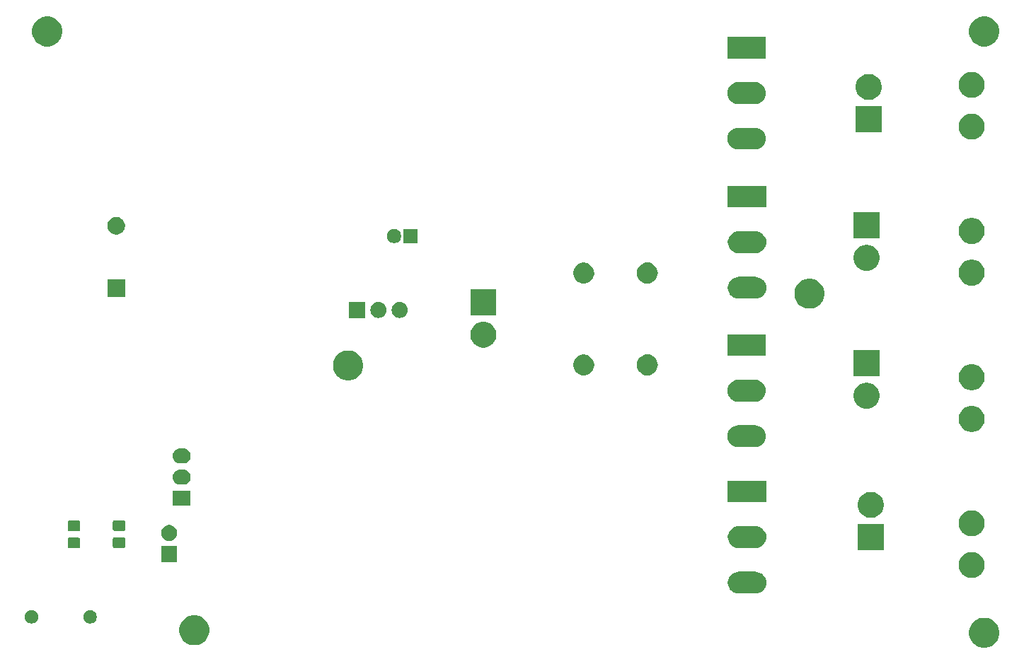
<source format=gbr>
G04 #@! TF.GenerationSoftware,KiCad,Pcbnew,(5.1.2)-2*
G04 #@! TF.CreationDate,2019-11-04T11:05:11-03:00*
G04 #@! TF.ProjectId,PCB,5043422e-6b69-4636-9164-5f7063625858,rev?*
G04 #@! TF.SameCoordinates,Original*
G04 #@! TF.FileFunction,Soldermask,Bot*
G04 #@! TF.FilePolarity,Negative*
%FSLAX46Y46*%
G04 Gerber Fmt 4.6, Leading zero omitted, Abs format (unit mm)*
G04 Created by KiCad (PCBNEW (5.1.2)-2) date 2019-11-04 11:05:11*
%MOMM*%
%LPD*%
G04 APERTURE LIST*
%ADD10C,0.100000*%
G04 APERTURE END LIST*
D10*
G36*
X273025331Y-123871971D02*
G01*
X273353092Y-124007734D01*
X273648070Y-124204832D01*
X273898928Y-124455690D01*
X274096026Y-124750668D01*
X274231789Y-125078429D01*
X274301000Y-125426376D01*
X274301000Y-125781144D01*
X274231789Y-126129091D01*
X274096026Y-126456852D01*
X273898928Y-126751830D01*
X273648070Y-127002688D01*
X273353092Y-127199786D01*
X273025331Y-127335549D01*
X272677384Y-127404760D01*
X272322616Y-127404760D01*
X271974669Y-127335549D01*
X271646908Y-127199786D01*
X271351930Y-127002688D01*
X271101072Y-126751830D01*
X270903974Y-126456852D01*
X270768211Y-126129091D01*
X270699000Y-125781144D01*
X270699000Y-125426376D01*
X270768211Y-125078429D01*
X270903974Y-124750668D01*
X271101072Y-124455690D01*
X271351930Y-124204832D01*
X271646908Y-124007734D01*
X271974669Y-123871971D01*
X272322616Y-123802760D01*
X272677384Y-123802760D01*
X273025331Y-123871971D01*
X273025331Y-123871971D01*
G37*
G36*
X178525331Y-123568211D02*
G01*
X178853092Y-123703974D01*
X179148070Y-123901072D01*
X179398928Y-124151930D01*
X179596026Y-124446908D01*
X179731789Y-124774669D01*
X179801000Y-125122616D01*
X179801000Y-125477384D01*
X179731789Y-125825331D01*
X179596026Y-126153092D01*
X179398928Y-126448070D01*
X179148070Y-126698928D01*
X178853092Y-126896026D01*
X178525331Y-127031789D01*
X178177384Y-127101000D01*
X177822616Y-127101000D01*
X177474669Y-127031789D01*
X177146908Y-126896026D01*
X176851930Y-126698928D01*
X176601072Y-126448070D01*
X176403974Y-126153092D01*
X176268211Y-125825331D01*
X176199000Y-125477384D01*
X176199000Y-125122616D01*
X176268211Y-124774669D01*
X176403974Y-124446908D01*
X176601072Y-124151930D01*
X176851930Y-123901072D01*
X177146908Y-123703974D01*
X177474669Y-123568211D01*
X177822616Y-123499000D01*
X178177384Y-123499000D01*
X178525331Y-123568211D01*
X178525331Y-123568211D01*
G37*
G36*
X158758642Y-122929781D02*
G01*
X158904414Y-122990162D01*
X158904416Y-122990163D01*
X159035608Y-123077822D01*
X159147178Y-123189392D01*
X159234837Y-123320584D01*
X159234838Y-123320586D01*
X159295219Y-123466358D01*
X159326000Y-123621107D01*
X159326000Y-123778893D01*
X159295219Y-123933642D01*
X159234838Y-124079414D01*
X159234837Y-124079416D01*
X159147178Y-124210608D01*
X159035608Y-124322178D01*
X158904416Y-124409837D01*
X158904415Y-124409838D01*
X158904414Y-124409838D01*
X158758642Y-124470219D01*
X158603893Y-124501000D01*
X158446107Y-124501000D01*
X158291358Y-124470219D01*
X158145586Y-124409838D01*
X158145585Y-124409838D01*
X158145584Y-124409837D01*
X158014392Y-124322178D01*
X157902822Y-124210608D01*
X157815163Y-124079416D01*
X157815162Y-124079414D01*
X157754781Y-123933642D01*
X157724000Y-123778893D01*
X157724000Y-123621107D01*
X157754781Y-123466358D01*
X157815162Y-123320586D01*
X157815163Y-123320584D01*
X157902822Y-123189392D01*
X158014392Y-123077822D01*
X158145584Y-122990163D01*
X158145586Y-122990162D01*
X158291358Y-122929781D01*
X158446107Y-122899000D01*
X158603893Y-122899000D01*
X158758642Y-122929781D01*
X158758642Y-122929781D01*
G37*
G36*
X165758642Y-122929781D02*
G01*
X165904414Y-122990162D01*
X165904416Y-122990163D01*
X166035608Y-123077822D01*
X166147178Y-123189392D01*
X166234837Y-123320584D01*
X166234838Y-123320586D01*
X166295219Y-123466358D01*
X166326000Y-123621107D01*
X166326000Y-123778893D01*
X166295219Y-123933642D01*
X166234838Y-124079414D01*
X166234837Y-124079416D01*
X166147178Y-124210608D01*
X166035608Y-124322178D01*
X165904416Y-124409837D01*
X165904415Y-124409838D01*
X165904414Y-124409838D01*
X165758642Y-124470219D01*
X165603893Y-124501000D01*
X165446107Y-124501000D01*
X165291358Y-124470219D01*
X165145586Y-124409838D01*
X165145585Y-124409838D01*
X165145584Y-124409837D01*
X165014392Y-124322178D01*
X164902822Y-124210608D01*
X164815163Y-124079416D01*
X164815162Y-124079414D01*
X164754781Y-123933642D01*
X164724000Y-123778893D01*
X164724000Y-123621107D01*
X164754781Y-123466358D01*
X164815162Y-123320586D01*
X164815163Y-123320584D01*
X164902822Y-123189392D01*
X165014392Y-123077822D01*
X165145584Y-122990163D01*
X165145586Y-122990162D01*
X165291358Y-122929781D01*
X165446107Y-122899000D01*
X165603893Y-122899000D01*
X165758642Y-122929781D01*
X165758642Y-122929781D01*
G37*
G36*
X245289513Y-118304473D02*
G01*
X245385080Y-118313885D01*
X245630320Y-118388278D01*
X245856334Y-118509085D01*
X245907939Y-118551436D01*
X246054437Y-118671663D01*
X246174664Y-118818161D01*
X246217015Y-118869766D01*
X246337822Y-119095780D01*
X246412215Y-119341020D01*
X246437334Y-119596060D01*
X246412215Y-119851100D01*
X246337822Y-120096340D01*
X246217015Y-120322354D01*
X246174664Y-120373959D01*
X246054437Y-120520457D01*
X245907939Y-120640684D01*
X245856334Y-120683035D01*
X245630320Y-120803842D01*
X245385080Y-120878235D01*
X245289513Y-120887647D01*
X245193946Y-120897060D01*
X243066134Y-120897060D01*
X242970567Y-120887647D01*
X242875000Y-120878235D01*
X242629760Y-120803842D01*
X242403746Y-120683035D01*
X242352141Y-120640684D01*
X242205643Y-120520457D01*
X242085416Y-120373959D01*
X242043065Y-120322354D01*
X241922258Y-120096340D01*
X241847865Y-119851100D01*
X241822746Y-119596060D01*
X241847865Y-119341020D01*
X241922258Y-119095780D01*
X242043065Y-118869766D01*
X242085416Y-118818161D01*
X242205643Y-118671663D01*
X242352141Y-118551436D01*
X242403746Y-118509085D01*
X242629760Y-118388278D01*
X242875000Y-118313885D01*
X242970567Y-118304473D01*
X243066134Y-118295060D01*
X245193946Y-118295060D01*
X245289513Y-118304473D01*
X245289513Y-118304473D01*
G37*
G36*
X271302585Y-115978802D02*
G01*
X271452410Y-116008604D01*
X271734674Y-116125521D01*
X271988705Y-116295259D01*
X272204741Y-116511295D01*
X272374479Y-116765326D01*
X272491396Y-117047590D01*
X272551000Y-117347240D01*
X272551000Y-117652760D01*
X272491396Y-117952410D01*
X272374479Y-118234674D01*
X272204741Y-118488705D01*
X271988705Y-118704741D01*
X271734674Y-118874479D01*
X271452410Y-118991396D01*
X271302585Y-119021198D01*
X271152761Y-119051000D01*
X270847239Y-119051000D01*
X270697415Y-119021198D01*
X270547590Y-118991396D01*
X270265326Y-118874479D01*
X270011295Y-118704741D01*
X269795259Y-118488705D01*
X269625521Y-118234674D01*
X269508604Y-117952410D01*
X269449000Y-117652760D01*
X269449000Y-117347240D01*
X269508604Y-117047590D01*
X269625521Y-116765326D01*
X269795259Y-116511295D01*
X270011295Y-116295259D01*
X270265326Y-116125521D01*
X270547590Y-116008604D01*
X270697415Y-115978802D01*
X270847239Y-115949000D01*
X271152761Y-115949000D01*
X271302585Y-115978802D01*
X271302585Y-115978802D01*
G37*
G36*
X175951000Y-117151000D02*
G01*
X174049000Y-117151000D01*
X174049000Y-115249000D01*
X175951000Y-115249000D01*
X175951000Y-117151000D01*
X175951000Y-117151000D01*
G37*
G36*
X260479840Y-115720760D02*
G01*
X257377840Y-115720760D01*
X257377840Y-112618760D01*
X260479840Y-112618760D01*
X260479840Y-115720760D01*
X260479840Y-115720760D01*
G37*
G36*
X164188674Y-114228465D02*
G01*
X164226367Y-114239899D01*
X164261103Y-114258466D01*
X164291548Y-114283452D01*
X164316534Y-114313897D01*
X164335101Y-114348633D01*
X164346535Y-114386326D01*
X164351000Y-114431661D01*
X164351000Y-115268339D01*
X164346535Y-115313674D01*
X164335101Y-115351367D01*
X164316534Y-115386103D01*
X164291548Y-115416548D01*
X164261103Y-115441534D01*
X164226367Y-115460101D01*
X164188674Y-115471535D01*
X164143339Y-115476000D01*
X163056661Y-115476000D01*
X163011326Y-115471535D01*
X162973633Y-115460101D01*
X162938897Y-115441534D01*
X162908452Y-115416548D01*
X162883466Y-115386103D01*
X162864899Y-115351367D01*
X162853465Y-115313674D01*
X162849000Y-115268339D01*
X162849000Y-114431661D01*
X162853465Y-114386326D01*
X162864899Y-114348633D01*
X162883466Y-114313897D01*
X162908452Y-114283452D01*
X162938897Y-114258466D01*
X162973633Y-114239899D01*
X163011326Y-114228465D01*
X163056661Y-114224000D01*
X164143339Y-114224000D01*
X164188674Y-114228465D01*
X164188674Y-114228465D01*
G37*
G36*
X169588674Y-114203465D02*
G01*
X169626367Y-114214899D01*
X169661103Y-114233466D01*
X169691548Y-114258452D01*
X169716534Y-114288897D01*
X169735101Y-114323633D01*
X169746535Y-114361326D01*
X169751000Y-114406661D01*
X169751000Y-115243339D01*
X169746535Y-115288674D01*
X169735101Y-115326367D01*
X169716534Y-115361103D01*
X169691548Y-115391548D01*
X169661103Y-115416534D01*
X169626367Y-115435101D01*
X169588674Y-115446535D01*
X169543339Y-115451000D01*
X168456661Y-115451000D01*
X168411326Y-115446535D01*
X168373633Y-115435101D01*
X168338897Y-115416534D01*
X168308452Y-115391548D01*
X168283466Y-115361103D01*
X168264899Y-115326367D01*
X168253465Y-115288674D01*
X168249000Y-115243339D01*
X168249000Y-114406661D01*
X168253465Y-114361326D01*
X168264899Y-114323633D01*
X168283466Y-114288897D01*
X168308452Y-114258452D01*
X168338897Y-114233466D01*
X168373633Y-114214899D01*
X168411326Y-114203465D01*
X168456661Y-114199000D01*
X169543339Y-114199000D01*
X169588674Y-114203465D01*
X169588674Y-114203465D01*
G37*
G36*
X245289512Y-112854472D02*
G01*
X245385080Y-112863885D01*
X245630320Y-112938278D01*
X245856334Y-113059085D01*
X245907939Y-113101436D01*
X246054437Y-113221663D01*
X246152823Y-113341548D01*
X246217015Y-113419766D01*
X246337822Y-113645780D01*
X246412215Y-113891020D01*
X246437334Y-114146060D01*
X246412215Y-114401100D01*
X246337822Y-114646340D01*
X246217015Y-114872354D01*
X246174664Y-114923959D01*
X246054437Y-115070457D01*
X245922386Y-115178827D01*
X245856334Y-115233035D01*
X245811639Y-115256925D01*
X245634951Y-115351367D01*
X245630320Y-115353842D01*
X245385080Y-115428235D01*
X245289512Y-115437648D01*
X245193946Y-115447060D01*
X243066134Y-115447060D01*
X242970568Y-115437648D01*
X242875000Y-115428235D01*
X242629760Y-115353842D01*
X242625130Y-115351367D01*
X242448441Y-115256925D01*
X242403746Y-115233035D01*
X242337694Y-115178827D01*
X242205643Y-115070457D01*
X242085416Y-114923959D01*
X242043065Y-114872354D01*
X241922258Y-114646340D01*
X241847865Y-114401100D01*
X241822746Y-114146060D01*
X241847865Y-113891020D01*
X241922258Y-113645780D01*
X242043065Y-113419766D01*
X242107257Y-113341548D01*
X242205643Y-113221663D01*
X242352141Y-113101436D01*
X242403746Y-113059085D01*
X242629760Y-112938278D01*
X242875000Y-112863885D01*
X242970568Y-112854472D01*
X243066134Y-112845060D01*
X245193946Y-112845060D01*
X245289512Y-112854472D01*
X245289512Y-112854472D01*
G37*
G36*
X175277395Y-112745546D02*
G01*
X175450466Y-112817234D01*
X175450467Y-112817235D01*
X175606227Y-112921310D01*
X175738690Y-113053773D01*
X175742239Y-113059085D01*
X175842766Y-113209534D01*
X175914454Y-113382605D01*
X175951000Y-113566333D01*
X175951000Y-113753667D01*
X175914454Y-113937395D01*
X175842766Y-114110466D01*
X175842765Y-114110467D01*
X175738690Y-114266227D01*
X175606227Y-114398690D01*
X175602620Y-114401100D01*
X175450466Y-114502766D01*
X175277395Y-114574454D01*
X175093667Y-114611000D01*
X174906333Y-114611000D01*
X174722605Y-114574454D01*
X174549534Y-114502766D01*
X174397380Y-114401100D01*
X174393773Y-114398690D01*
X174261310Y-114266227D01*
X174157235Y-114110467D01*
X174157234Y-114110466D01*
X174085546Y-113937395D01*
X174049000Y-113753667D01*
X174049000Y-113566333D01*
X174085546Y-113382605D01*
X174157234Y-113209534D01*
X174257761Y-113059085D01*
X174261310Y-113053773D01*
X174393773Y-112921310D01*
X174549533Y-112817235D01*
X174549534Y-112817234D01*
X174722605Y-112745546D01*
X174906333Y-112709000D01*
X175093667Y-112709000D01*
X175277395Y-112745546D01*
X175277395Y-112745546D01*
G37*
G36*
X271302585Y-110978802D02*
G01*
X271452410Y-111008604D01*
X271734674Y-111125521D01*
X271988705Y-111295259D01*
X272204741Y-111511295D01*
X272374479Y-111765326D01*
X272491396Y-112047590D01*
X272491396Y-112047591D01*
X272541332Y-112298633D01*
X272551000Y-112347240D01*
X272551000Y-112652760D01*
X272491396Y-112952410D01*
X272374479Y-113234674D01*
X272204741Y-113488705D01*
X271988705Y-113704741D01*
X271734674Y-113874479D01*
X271452410Y-113991396D01*
X271302585Y-114021198D01*
X271152761Y-114051000D01*
X270847239Y-114051000D01*
X270697415Y-114021198D01*
X270547590Y-113991396D01*
X270265326Y-113874479D01*
X270011295Y-113704741D01*
X269795259Y-113488705D01*
X269625521Y-113234674D01*
X269508604Y-112952410D01*
X269449000Y-112652760D01*
X269449000Y-112347240D01*
X269458669Y-112298633D01*
X269508604Y-112047591D01*
X269508604Y-112047590D01*
X269625521Y-111765326D01*
X269795259Y-111511295D01*
X270011295Y-111295259D01*
X270265326Y-111125521D01*
X270547590Y-111008604D01*
X270697415Y-110978802D01*
X270847239Y-110949000D01*
X271152761Y-110949000D01*
X271302585Y-110978802D01*
X271302585Y-110978802D01*
G37*
G36*
X164188674Y-112178465D02*
G01*
X164226367Y-112189899D01*
X164261103Y-112208466D01*
X164291548Y-112233452D01*
X164316534Y-112263897D01*
X164335101Y-112298633D01*
X164346535Y-112336326D01*
X164351000Y-112381661D01*
X164351000Y-113218339D01*
X164346535Y-113263674D01*
X164335101Y-113301367D01*
X164316534Y-113336103D01*
X164291548Y-113366548D01*
X164261103Y-113391534D01*
X164226367Y-113410101D01*
X164188674Y-113421535D01*
X164143339Y-113426000D01*
X163056661Y-113426000D01*
X163011326Y-113421535D01*
X162973633Y-113410101D01*
X162938897Y-113391534D01*
X162908452Y-113366548D01*
X162883466Y-113336103D01*
X162864899Y-113301367D01*
X162853465Y-113263674D01*
X162849000Y-113218339D01*
X162849000Y-112381661D01*
X162853465Y-112336326D01*
X162864899Y-112298633D01*
X162883466Y-112263897D01*
X162908452Y-112233452D01*
X162938897Y-112208466D01*
X162973633Y-112189899D01*
X163011326Y-112178465D01*
X163056661Y-112174000D01*
X164143339Y-112174000D01*
X164188674Y-112178465D01*
X164188674Y-112178465D01*
G37*
G36*
X169588674Y-112153465D02*
G01*
X169626367Y-112164899D01*
X169661103Y-112183466D01*
X169691548Y-112208452D01*
X169716534Y-112238897D01*
X169735101Y-112273633D01*
X169746535Y-112311326D01*
X169751000Y-112356661D01*
X169751000Y-113193339D01*
X169746535Y-113238674D01*
X169735101Y-113276367D01*
X169716534Y-113311103D01*
X169691548Y-113341548D01*
X169661103Y-113366534D01*
X169626367Y-113385101D01*
X169588674Y-113396535D01*
X169543339Y-113401000D01*
X168456661Y-113401000D01*
X168411326Y-113396535D01*
X168373633Y-113385101D01*
X168338897Y-113366534D01*
X168308452Y-113341548D01*
X168283466Y-113311103D01*
X168264899Y-113276367D01*
X168253465Y-113238674D01*
X168249000Y-113193339D01*
X168249000Y-112356661D01*
X168253465Y-112311326D01*
X168264899Y-112273633D01*
X168283466Y-112238897D01*
X168308452Y-112208452D01*
X168338897Y-112183466D01*
X168373633Y-112164899D01*
X168411326Y-112153465D01*
X168456661Y-112149000D01*
X169543339Y-112149000D01*
X169588674Y-112153465D01*
X169588674Y-112153465D01*
G37*
G36*
X259231425Y-108768562D02*
G01*
X259381250Y-108798364D01*
X259663514Y-108915281D01*
X259917545Y-109085019D01*
X260133581Y-109301055D01*
X260303319Y-109555086D01*
X260420236Y-109837350D01*
X260479840Y-110137000D01*
X260479840Y-110442520D01*
X260420236Y-110742170D01*
X260303319Y-111024434D01*
X260133581Y-111278465D01*
X259917545Y-111494501D01*
X259663514Y-111664239D01*
X259381250Y-111781156D01*
X259231425Y-111810958D01*
X259081601Y-111840760D01*
X258776079Y-111840760D01*
X258626255Y-111810958D01*
X258476430Y-111781156D01*
X258194166Y-111664239D01*
X257940135Y-111494501D01*
X257724099Y-111278465D01*
X257554361Y-111024434D01*
X257437444Y-110742170D01*
X257377840Y-110442520D01*
X257377840Y-110137000D01*
X257437444Y-109837350D01*
X257554361Y-109555086D01*
X257724099Y-109301055D01*
X257940135Y-109085019D01*
X258194166Y-108915281D01*
X258476430Y-108798364D01*
X258626255Y-108768562D01*
X258776079Y-108738760D01*
X259081601Y-108738760D01*
X259231425Y-108768562D01*
X259231425Y-108768562D01*
G37*
G36*
X177566000Y-110416000D02*
G01*
X175434000Y-110416000D01*
X175434000Y-108584000D01*
X177566000Y-108584000D01*
X177566000Y-110416000D01*
X177566000Y-110416000D01*
G37*
G36*
X246431040Y-109997060D02*
G01*
X241829040Y-109997060D01*
X241829040Y-107395060D01*
X246431040Y-107395060D01*
X246431040Y-109997060D01*
X246431040Y-109997060D01*
G37*
G36*
X176810343Y-106055361D02*
G01*
X176829568Y-106057254D01*
X176915900Y-106083443D01*
X177002234Y-106109632D01*
X177161365Y-106194689D01*
X177300844Y-106309156D01*
X177415311Y-106448635D01*
X177500368Y-106607766D01*
X177552746Y-106780433D01*
X177570432Y-106960000D01*
X177552746Y-107139567D01*
X177500368Y-107312234D01*
X177415311Y-107471365D01*
X177300844Y-107610844D01*
X177161365Y-107725311D01*
X177002234Y-107810368D01*
X176915900Y-107836557D01*
X176829568Y-107862746D01*
X176810343Y-107864639D01*
X176694998Y-107876000D01*
X176305002Y-107876000D01*
X176189657Y-107864639D01*
X176170432Y-107862746D01*
X176084100Y-107836557D01*
X175997766Y-107810368D01*
X175838635Y-107725311D01*
X175699156Y-107610844D01*
X175584689Y-107471365D01*
X175499632Y-107312234D01*
X175447254Y-107139567D01*
X175429568Y-106960000D01*
X175447254Y-106780433D01*
X175499632Y-106607766D01*
X175584689Y-106448635D01*
X175699156Y-106309156D01*
X175838635Y-106194689D01*
X175997766Y-106109632D01*
X176084100Y-106083443D01*
X176170432Y-106057254D01*
X176189657Y-106055361D01*
X176305002Y-106044000D01*
X176694998Y-106044000D01*
X176810343Y-106055361D01*
X176810343Y-106055361D01*
G37*
G36*
X176810343Y-103515361D02*
G01*
X176829568Y-103517254D01*
X176915900Y-103543443D01*
X177002234Y-103569632D01*
X177161365Y-103654689D01*
X177300844Y-103769156D01*
X177415311Y-103908635D01*
X177500368Y-104067766D01*
X177552746Y-104240433D01*
X177570432Y-104420000D01*
X177552746Y-104599567D01*
X177500368Y-104772234D01*
X177415311Y-104931365D01*
X177300844Y-105070844D01*
X177161365Y-105185311D01*
X177002234Y-105270368D01*
X176915900Y-105296557D01*
X176829568Y-105322746D01*
X176810343Y-105324639D01*
X176694998Y-105336000D01*
X176305002Y-105336000D01*
X176189657Y-105324639D01*
X176170432Y-105322746D01*
X176084100Y-105296557D01*
X175997766Y-105270368D01*
X175838635Y-105185311D01*
X175699156Y-105070844D01*
X175584689Y-104931365D01*
X175499632Y-104772234D01*
X175447254Y-104599567D01*
X175429568Y-104420000D01*
X175447254Y-104240433D01*
X175499632Y-104067766D01*
X175584689Y-103908635D01*
X175699156Y-103769156D01*
X175838635Y-103654689D01*
X175997766Y-103569632D01*
X176084100Y-103543443D01*
X176170432Y-103517254D01*
X176189657Y-103515361D01*
X176305002Y-103504000D01*
X176694998Y-103504000D01*
X176810343Y-103515361D01*
X176810343Y-103515361D01*
G37*
G36*
X245247513Y-100778473D02*
G01*
X245343080Y-100787885D01*
X245588320Y-100862278D01*
X245814334Y-100983085D01*
X245865939Y-101025436D01*
X246012437Y-101145663D01*
X246132664Y-101292161D01*
X246175015Y-101343766D01*
X246295822Y-101569780D01*
X246370215Y-101815020D01*
X246395334Y-102070060D01*
X246370215Y-102325100D01*
X246295822Y-102570340D01*
X246175015Y-102796354D01*
X246132664Y-102847959D01*
X246012437Y-102994457D01*
X245865939Y-103114684D01*
X245814334Y-103157035D01*
X245588320Y-103277842D01*
X245343080Y-103352235D01*
X245247513Y-103361647D01*
X245151946Y-103371060D01*
X243024134Y-103371060D01*
X242928567Y-103361647D01*
X242833000Y-103352235D01*
X242587760Y-103277842D01*
X242361746Y-103157035D01*
X242310141Y-103114684D01*
X242163643Y-102994457D01*
X242043416Y-102847959D01*
X242001065Y-102796354D01*
X241880258Y-102570340D01*
X241805865Y-102325100D01*
X241780746Y-102070060D01*
X241805865Y-101815020D01*
X241880258Y-101569780D01*
X242001065Y-101343766D01*
X242043416Y-101292161D01*
X242163643Y-101145663D01*
X242310141Y-101025436D01*
X242361746Y-100983085D01*
X242587760Y-100862278D01*
X242833000Y-100787885D01*
X242928567Y-100778473D01*
X243024134Y-100769060D01*
X245151946Y-100769060D01*
X245247513Y-100778473D01*
X245247513Y-100778473D01*
G37*
G36*
X271302585Y-98478802D02*
G01*
X271452410Y-98508604D01*
X271734674Y-98625521D01*
X271988705Y-98795259D01*
X272204741Y-99011295D01*
X272374479Y-99265326D01*
X272491396Y-99547590D01*
X272551000Y-99847240D01*
X272551000Y-100152760D01*
X272491396Y-100452410D01*
X272374479Y-100734674D01*
X272204741Y-100988705D01*
X271988705Y-101204741D01*
X271734674Y-101374479D01*
X271452410Y-101491396D01*
X271302585Y-101521198D01*
X271152761Y-101551000D01*
X270847239Y-101551000D01*
X270697415Y-101521198D01*
X270547590Y-101491396D01*
X270265326Y-101374479D01*
X270011295Y-101204741D01*
X269795259Y-100988705D01*
X269625521Y-100734674D01*
X269508604Y-100452410D01*
X269449000Y-100152760D01*
X269449000Y-99847240D01*
X269508604Y-99547590D01*
X269625521Y-99265326D01*
X269795259Y-99011295D01*
X270011295Y-98795259D01*
X270265326Y-98625521D01*
X270547590Y-98508604D01*
X270697415Y-98478802D01*
X270847239Y-98449000D01*
X271152761Y-98449000D01*
X271302585Y-98478802D01*
X271302585Y-98478802D01*
G37*
G36*
X258698796Y-95695663D02*
G01*
X258873250Y-95730364D01*
X259155514Y-95847281D01*
X259409545Y-96017019D01*
X259625581Y-96233055D01*
X259795319Y-96487086D01*
X259912236Y-96769350D01*
X259971840Y-97069000D01*
X259971840Y-97374520D01*
X259912236Y-97674170D01*
X259795319Y-97956434D01*
X259625581Y-98210465D01*
X259409545Y-98426501D01*
X259155514Y-98596239D01*
X258873250Y-98713156D01*
X258723425Y-98742958D01*
X258573601Y-98772760D01*
X258268079Y-98772760D01*
X258118255Y-98742958D01*
X257968430Y-98713156D01*
X257686166Y-98596239D01*
X257432135Y-98426501D01*
X257216099Y-98210465D01*
X257046361Y-97956434D01*
X256929444Y-97674170D01*
X256869840Y-97374520D01*
X256869840Y-97069000D01*
X256929444Y-96769350D01*
X257046361Y-96487086D01*
X257216099Y-96233055D01*
X257432135Y-96017019D01*
X257686166Y-95847281D01*
X257968430Y-95730364D01*
X258142884Y-95695663D01*
X258268079Y-95670760D01*
X258573601Y-95670760D01*
X258698796Y-95695663D01*
X258698796Y-95695663D01*
G37*
G36*
X245247513Y-95328473D02*
G01*
X245343080Y-95337885D01*
X245588320Y-95412278D01*
X245814334Y-95533085D01*
X245865939Y-95575436D01*
X246012437Y-95695663D01*
X246132664Y-95842161D01*
X246175015Y-95893766D01*
X246295822Y-96119780D01*
X246370215Y-96365020D01*
X246395334Y-96620060D01*
X246370215Y-96875100D01*
X246295822Y-97120340D01*
X246175015Y-97346354D01*
X246151899Y-97374521D01*
X246012437Y-97544457D01*
X245865939Y-97664684D01*
X245814334Y-97707035D01*
X245588320Y-97827842D01*
X245343080Y-97902235D01*
X245247512Y-97911648D01*
X245151946Y-97921060D01*
X243024134Y-97921060D01*
X242928568Y-97911648D01*
X242833000Y-97902235D01*
X242587760Y-97827842D01*
X242361746Y-97707035D01*
X242310141Y-97664684D01*
X242163643Y-97544457D01*
X242024181Y-97374521D01*
X242001065Y-97346354D01*
X241880258Y-97120340D01*
X241805865Y-96875100D01*
X241780746Y-96620060D01*
X241805865Y-96365020D01*
X241880258Y-96119780D01*
X242001065Y-95893766D01*
X242043416Y-95842161D01*
X242163643Y-95695663D01*
X242310141Y-95575436D01*
X242361746Y-95533085D01*
X242587760Y-95412278D01*
X242833000Y-95337885D01*
X242928567Y-95328473D01*
X243024134Y-95319060D01*
X245151946Y-95319060D01*
X245247513Y-95328473D01*
X245247513Y-95328473D01*
G37*
G36*
X271302585Y-93478802D02*
G01*
X271452410Y-93508604D01*
X271734674Y-93625521D01*
X271988705Y-93795259D01*
X272204741Y-94011295D01*
X272374479Y-94265326D01*
X272491396Y-94547590D01*
X272551000Y-94847240D01*
X272551000Y-95152760D01*
X272491396Y-95452410D01*
X272374479Y-95734674D01*
X272204741Y-95988705D01*
X271988705Y-96204741D01*
X271734674Y-96374479D01*
X271452410Y-96491396D01*
X271302585Y-96521198D01*
X271152761Y-96551000D01*
X270847239Y-96551000D01*
X270697415Y-96521198D01*
X270547590Y-96491396D01*
X270265326Y-96374479D01*
X270011295Y-96204741D01*
X269795259Y-95988705D01*
X269625521Y-95734674D01*
X269508604Y-95452410D01*
X269449000Y-95152760D01*
X269449000Y-94847240D01*
X269508604Y-94547590D01*
X269625521Y-94265326D01*
X269795259Y-94011295D01*
X270011295Y-93795259D01*
X270265326Y-93625521D01*
X270547590Y-93508604D01*
X270697415Y-93478802D01*
X270847239Y-93449000D01*
X271152761Y-93449000D01*
X271302585Y-93478802D01*
X271302585Y-93478802D01*
G37*
G36*
X196926171Y-91871971D02*
G01*
X197253932Y-92007734D01*
X197548910Y-92204832D01*
X197799768Y-92455690D01*
X197996866Y-92750668D01*
X198132629Y-93078429D01*
X198201840Y-93426376D01*
X198201840Y-93781144D01*
X198132629Y-94129091D01*
X197996866Y-94456852D01*
X197799768Y-94751830D01*
X197548910Y-95002688D01*
X197253932Y-95199786D01*
X196926171Y-95335549D01*
X196578224Y-95404760D01*
X196223456Y-95404760D01*
X195875509Y-95335549D01*
X195547748Y-95199786D01*
X195252770Y-95002688D01*
X195001912Y-94751830D01*
X194804814Y-94456852D01*
X194669051Y-94129091D01*
X194599840Y-93781144D01*
X194599840Y-93426376D01*
X194669051Y-93078429D01*
X194804814Y-92750668D01*
X195001912Y-92455690D01*
X195252770Y-92204832D01*
X195547748Y-92007734D01*
X195875509Y-91871971D01*
X196223456Y-91802760D01*
X196578224Y-91802760D01*
X196926171Y-91871971D01*
X196926171Y-91871971D01*
G37*
G36*
X259971840Y-94892760D02*
G01*
X256869840Y-94892760D01*
X256869840Y-91790760D01*
X259971840Y-91790760D01*
X259971840Y-94892760D01*
X259971840Y-94892760D01*
G37*
G36*
X224952943Y-92329135D02*
G01*
X225053276Y-92370694D01*
X225180611Y-92423438D01*
X225385506Y-92560345D01*
X225559755Y-92734594D01*
X225696662Y-92939489D01*
X225790965Y-93167157D01*
X225839040Y-93408847D01*
X225839040Y-93655273D01*
X225790965Y-93896963D01*
X225696662Y-94124631D01*
X225559755Y-94329526D01*
X225385506Y-94503775D01*
X225180611Y-94640682D01*
X225180610Y-94640683D01*
X225180609Y-94640683D01*
X224952943Y-94734985D01*
X224711254Y-94783060D01*
X224464826Y-94783060D01*
X224223137Y-94734985D01*
X223995471Y-94640683D01*
X223995470Y-94640683D01*
X223995469Y-94640682D01*
X223790574Y-94503775D01*
X223616325Y-94329526D01*
X223479418Y-94124631D01*
X223385115Y-93896963D01*
X223337040Y-93655273D01*
X223337040Y-93408847D01*
X223385115Y-93167157D01*
X223479418Y-92939489D01*
X223616325Y-92734594D01*
X223790574Y-92560345D01*
X223995469Y-92423438D01*
X224122805Y-92370694D01*
X224223137Y-92329135D01*
X224464826Y-92281060D01*
X224711254Y-92281060D01*
X224952943Y-92329135D01*
X224952943Y-92329135D01*
G37*
G36*
X232453279Y-92299161D02*
G01*
X232689093Y-92370694D01*
X232906421Y-92486859D01*
X233096911Y-92643189D01*
X233253241Y-92833679D01*
X233369406Y-93051007D01*
X233440939Y-93286821D01*
X233465093Y-93532060D01*
X233440939Y-93777299D01*
X233369406Y-94013113D01*
X233253241Y-94230441D01*
X233096911Y-94420931D01*
X232906421Y-94577261D01*
X232689093Y-94693426D01*
X232453279Y-94764959D01*
X232269497Y-94783060D01*
X232146583Y-94783060D01*
X231962801Y-94764959D01*
X231726987Y-94693426D01*
X231509659Y-94577261D01*
X231319169Y-94420931D01*
X231162839Y-94230441D01*
X231046674Y-94013113D01*
X230975141Y-93777299D01*
X230950987Y-93532060D01*
X230975141Y-93286821D01*
X231046674Y-93051007D01*
X231162839Y-92833679D01*
X231319169Y-92643189D01*
X231509659Y-92486859D01*
X231726987Y-92370694D01*
X231962801Y-92299161D01*
X232146583Y-92281060D01*
X232269497Y-92281060D01*
X232453279Y-92299161D01*
X232453279Y-92299161D01*
G37*
G36*
X246389040Y-92471060D02*
G01*
X241787040Y-92471060D01*
X241787040Y-89869060D01*
X246389040Y-89869060D01*
X246389040Y-92471060D01*
X246389040Y-92471060D01*
G37*
G36*
X212890625Y-88390862D02*
G01*
X213040450Y-88420664D01*
X213322714Y-88537581D01*
X213576745Y-88707319D01*
X213792781Y-88923355D01*
X213962519Y-89177386D01*
X214079436Y-89459650D01*
X214139040Y-89759300D01*
X214139040Y-90064820D01*
X214079436Y-90364470D01*
X213962519Y-90646734D01*
X213792781Y-90900765D01*
X213576745Y-91116801D01*
X213322714Y-91286539D01*
X213040450Y-91403456D01*
X212890625Y-91433258D01*
X212740801Y-91463060D01*
X212435279Y-91463060D01*
X212285455Y-91433258D01*
X212135630Y-91403456D01*
X211853366Y-91286539D01*
X211599335Y-91116801D01*
X211383299Y-90900765D01*
X211213561Y-90646734D01*
X211096644Y-90364470D01*
X211037040Y-90064820D01*
X211037040Y-89759300D01*
X211096644Y-89459650D01*
X211213561Y-89177386D01*
X211383299Y-88923355D01*
X211599335Y-88707319D01*
X211853366Y-88537581D01*
X212135630Y-88420664D01*
X212285455Y-88390862D01*
X212435279Y-88361060D01*
X212740801Y-88361060D01*
X212890625Y-88390862D01*
X212890625Y-88390862D01*
G37*
G36*
X202749365Y-86029120D02*
G01*
X202749368Y-86029121D01*
X202749369Y-86029121D01*
X202928633Y-86083500D01*
X202928636Y-86083502D01*
X202928637Y-86083502D01*
X203093843Y-86171806D01*
X203238652Y-86290648D01*
X203357494Y-86435457D01*
X203443319Y-86596025D01*
X203445800Y-86600667D01*
X203485575Y-86731788D01*
X203500180Y-86779935D01*
X203518541Y-86966360D01*
X203500180Y-87152785D01*
X203500179Y-87152788D01*
X203500179Y-87152789D01*
X203445800Y-87332053D01*
X203445798Y-87332056D01*
X203445798Y-87332057D01*
X203357494Y-87497263D01*
X203238652Y-87642072D01*
X203093843Y-87760914D01*
X202928637Y-87849218D01*
X202928633Y-87849220D01*
X202749369Y-87903599D01*
X202749368Y-87903599D01*
X202749365Y-87903600D01*
X202609658Y-87917360D01*
X202516222Y-87917360D01*
X202376515Y-87903600D01*
X202376512Y-87903599D01*
X202376511Y-87903599D01*
X202197247Y-87849220D01*
X202197243Y-87849218D01*
X202032037Y-87760914D01*
X201887228Y-87642072D01*
X201768386Y-87497263D01*
X201680082Y-87332057D01*
X201680082Y-87332056D01*
X201680080Y-87332053D01*
X201625701Y-87152789D01*
X201625701Y-87152788D01*
X201625700Y-87152785D01*
X201607339Y-86966360D01*
X201625700Y-86779935D01*
X201640305Y-86731788D01*
X201680080Y-86600667D01*
X201682561Y-86596025D01*
X201768386Y-86435457D01*
X201887228Y-86290648D01*
X202032037Y-86171806D01*
X202197243Y-86083502D01*
X202197244Y-86083502D01*
X202197247Y-86083500D01*
X202376511Y-86029121D01*
X202376512Y-86029121D01*
X202376515Y-86029120D01*
X202516222Y-86015360D01*
X202609658Y-86015360D01*
X202749365Y-86029120D01*
X202749365Y-86029120D01*
G37*
G36*
X200209365Y-86029120D02*
G01*
X200209368Y-86029121D01*
X200209369Y-86029121D01*
X200388633Y-86083500D01*
X200388636Y-86083502D01*
X200388637Y-86083502D01*
X200553843Y-86171806D01*
X200698652Y-86290648D01*
X200817494Y-86435457D01*
X200903319Y-86596025D01*
X200905800Y-86600667D01*
X200945575Y-86731788D01*
X200960180Y-86779935D01*
X200978541Y-86966360D01*
X200960180Y-87152785D01*
X200960179Y-87152788D01*
X200960179Y-87152789D01*
X200905800Y-87332053D01*
X200905798Y-87332056D01*
X200905798Y-87332057D01*
X200817494Y-87497263D01*
X200698652Y-87642072D01*
X200553843Y-87760914D01*
X200388637Y-87849218D01*
X200388633Y-87849220D01*
X200209369Y-87903599D01*
X200209368Y-87903599D01*
X200209365Y-87903600D01*
X200069658Y-87917360D01*
X199976222Y-87917360D01*
X199836515Y-87903600D01*
X199836512Y-87903599D01*
X199836511Y-87903599D01*
X199657247Y-87849220D01*
X199657243Y-87849218D01*
X199492037Y-87760914D01*
X199347228Y-87642072D01*
X199228386Y-87497263D01*
X199140082Y-87332057D01*
X199140082Y-87332056D01*
X199140080Y-87332053D01*
X199085701Y-87152789D01*
X199085701Y-87152788D01*
X199085700Y-87152785D01*
X199067339Y-86966360D01*
X199085700Y-86779935D01*
X199100305Y-86731788D01*
X199140080Y-86600667D01*
X199142561Y-86596025D01*
X199228386Y-86435457D01*
X199347228Y-86290648D01*
X199492037Y-86171806D01*
X199657243Y-86083502D01*
X199657244Y-86083502D01*
X199657247Y-86083500D01*
X199836511Y-86029121D01*
X199836512Y-86029121D01*
X199836515Y-86029120D01*
X199976222Y-86015360D01*
X200069658Y-86015360D01*
X200209365Y-86029120D01*
X200209365Y-86029120D01*
G37*
G36*
X198433940Y-87917360D02*
G01*
X196531940Y-87917360D01*
X196531940Y-86015360D01*
X198433940Y-86015360D01*
X198433940Y-87917360D01*
X198433940Y-87917360D01*
G37*
G36*
X214139040Y-87583060D02*
G01*
X211037040Y-87583060D01*
X211037040Y-84481060D01*
X214139040Y-84481060D01*
X214139040Y-87583060D01*
X214139040Y-87583060D01*
G37*
G36*
X252125331Y-83268211D02*
G01*
X252453092Y-83403974D01*
X252748070Y-83601072D01*
X252998928Y-83851930D01*
X253196026Y-84146908D01*
X253331789Y-84474669D01*
X253401000Y-84822616D01*
X253401000Y-85177384D01*
X253331789Y-85525331D01*
X253196026Y-85853092D01*
X252998928Y-86148070D01*
X252748070Y-86398928D01*
X252453092Y-86596026D01*
X252125331Y-86731789D01*
X251777384Y-86801000D01*
X251422616Y-86801000D01*
X251074669Y-86731789D01*
X250746908Y-86596026D01*
X250451930Y-86398928D01*
X250201072Y-86148070D01*
X250003974Y-85853092D01*
X249868211Y-85525331D01*
X249799000Y-85177384D01*
X249799000Y-84822616D01*
X249868211Y-84474669D01*
X250003974Y-84146908D01*
X250201072Y-83851930D01*
X250451930Y-83601072D01*
X250746908Y-83403974D01*
X251074669Y-83268211D01*
X251422616Y-83199000D01*
X251777384Y-83199000D01*
X252125331Y-83268211D01*
X252125331Y-83268211D01*
G37*
G36*
X245289512Y-82998472D02*
G01*
X245385080Y-83007885D01*
X245630320Y-83082278D01*
X245856334Y-83203085D01*
X245894825Y-83234674D01*
X246054437Y-83365663D01*
X246155413Y-83488704D01*
X246217015Y-83563766D01*
X246337822Y-83789780D01*
X246412215Y-84035020D01*
X246437334Y-84290060D01*
X246412215Y-84545100D01*
X246337822Y-84790340D01*
X246217015Y-85016354D01*
X246174664Y-85067959D01*
X246054437Y-85214457D01*
X245907939Y-85334684D01*
X245856334Y-85377035D01*
X245630320Y-85497842D01*
X245385080Y-85572235D01*
X245289513Y-85581647D01*
X245193946Y-85591060D01*
X243066134Y-85591060D01*
X242970568Y-85581648D01*
X242875000Y-85572235D01*
X242629760Y-85497842D01*
X242403746Y-85377035D01*
X242352141Y-85334684D01*
X242205643Y-85214457D01*
X242085416Y-85067959D01*
X242043065Y-85016354D01*
X241922258Y-84790340D01*
X241847865Y-84545100D01*
X241822746Y-84290060D01*
X241847865Y-84035020D01*
X241922258Y-83789780D01*
X242043065Y-83563766D01*
X242104667Y-83488704D01*
X242205643Y-83365663D01*
X242365255Y-83234674D01*
X242403746Y-83203085D01*
X242629760Y-83082278D01*
X242875000Y-83007885D01*
X242970567Y-82998473D01*
X243066134Y-82989060D01*
X245193946Y-82989060D01*
X245289512Y-82998472D01*
X245289512Y-82998472D01*
G37*
G36*
X169704940Y-85426560D02*
G01*
X167602940Y-85426560D01*
X167602940Y-83324560D01*
X169704940Y-83324560D01*
X169704940Y-85426560D01*
X169704940Y-85426560D01*
G37*
G36*
X271302585Y-80978802D02*
G01*
X271452410Y-81008604D01*
X271734674Y-81125521D01*
X271988705Y-81295259D01*
X272204741Y-81511295D01*
X272374479Y-81765326D01*
X272491396Y-82047590D01*
X272551000Y-82347240D01*
X272551000Y-82652760D01*
X272491396Y-82952410D01*
X272374479Y-83234674D01*
X272204741Y-83488705D01*
X271988705Y-83704741D01*
X271734674Y-83874479D01*
X271452410Y-83991396D01*
X271302585Y-84021198D01*
X271152761Y-84051000D01*
X270847239Y-84051000D01*
X270697415Y-84021198D01*
X270547590Y-83991396D01*
X270265326Y-83874479D01*
X270011295Y-83704741D01*
X269795259Y-83488705D01*
X269625521Y-83234674D01*
X269508604Y-82952410D01*
X269449000Y-82652760D01*
X269449000Y-82347240D01*
X269508604Y-82047590D01*
X269625521Y-81765326D01*
X269795259Y-81511295D01*
X270011295Y-81295259D01*
X270265326Y-81125521D01*
X270547590Y-81008604D01*
X270697415Y-80978802D01*
X270847239Y-80949000D01*
X271152761Y-80949000D01*
X271302585Y-80978802D01*
X271302585Y-80978802D01*
G37*
G36*
X232453279Y-81299161D02*
G01*
X232689093Y-81370694D01*
X232906421Y-81486859D01*
X233096911Y-81643189D01*
X233253241Y-81833679D01*
X233369406Y-82051007D01*
X233440939Y-82286821D01*
X233465093Y-82532060D01*
X233440939Y-82777299D01*
X233369406Y-83013113D01*
X233253241Y-83230441D01*
X233096911Y-83420931D01*
X232906421Y-83577261D01*
X232689093Y-83693426D01*
X232453279Y-83764959D01*
X232269497Y-83783060D01*
X232146583Y-83783060D01*
X231962801Y-83764959D01*
X231726987Y-83693426D01*
X231509659Y-83577261D01*
X231319169Y-83420931D01*
X231162839Y-83230441D01*
X231046674Y-83013113D01*
X230975141Y-82777299D01*
X230950987Y-82532060D01*
X230975141Y-82286821D01*
X231046674Y-82051007D01*
X231162839Y-81833679D01*
X231319169Y-81643189D01*
X231509659Y-81486859D01*
X231726987Y-81370694D01*
X231962801Y-81299161D01*
X232146583Y-81281060D01*
X232269497Y-81281060D01*
X232453279Y-81299161D01*
X232453279Y-81299161D01*
G37*
G36*
X224952943Y-81329135D02*
G01*
X225053276Y-81370694D01*
X225180611Y-81423438D01*
X225385506Y-81560345D01*
X225559755Y-81734594D01*
X225625962Y-81833680D01*
X225696663Y-81939491D01*
X225790965Y-82167157D01*
X225826786Y-82347239D01*
X225839040Y-82408847D01*
X225839040Y-82655273D01*
X225790965Y-82896963D01*
X225696662Y-83124631D01*
X225559755Y-83329526D01*
X225385506Y-83503775D01*
X225180611Y-83640682D01*
X225180610Y-83640683D01*
X225180609Y-83640683D01*
X224952943Y-83734985D01*
X224711254Y-83783060D01*
X224464826Y-83783060D01*
X224223137Y-83734985D01*
X223995471Y-83640683D01*
X223995470Y-83640683D01*
X223995469Y-83640682D01*
X223790574Y-83503775D01*
X223616325Y-83329526D01*
X223479418Y-83124631D01*
X223385115Y-82896963D01*
X223337040Y-82655273D01*
X223337040Y-82408847D01*
X223349295Y-82347239D01*
X223385115Y-82167157D01*
X223479417Y-81939491D01*
X223550118Y-81833680D01*
X223616325Y-81734594D01*
X223790574Y-81560345D01*
X223995469Y-81423438D01*
X224122805Y-81370694D01*
X224223137Y-81329135D01*
X224464826Y-81281060D01*
X224711254Y-81281060D01*
X224952943Y-81329135D01*
X224952943Y-81329135D01*
G37*
G36*
X258723425Y-79190562D02*
G01*
X258873250Y-79220364D01*
X259155514Y-79337281D01*
X259409545Y-79507019D01*
X259625581Y-79723055D01*
X259795319Y-79977086D01*
X259912236Y-80259350D01*
X259971840Y-80559000D01*
X259971840Y-80864520D01*
X259912236Y-81164170D01*
X259795319Y-81446434D01*
X259625581Y-81700465D01*
X259409545Y-81916501D01*
X259155514Y-82086239D01*
X258873250Y-82203156D01*
X258723425Y-82232958D01*
X258573601Y-82262760D01*
X258268079Y-82262760D01*
X258118255Y-82232958D01*
X257968430Y-82203156D01*
X257686166Y-82086239D01*
X257432135Y-81916501D01*
X257216099Y-81700465D01*
X257046361Y-81446434D01*
X256929444Y-81164170D01*
X256869840Y-80864520D01*
X256869840Y-80559000D01*
X256929444Y-80259350D01*
X257046361Y-79977086D01*
X257216099Y-79723055D01*
X257432135Y-79507019D01*
X257686166Y-79337281D01*
X257968430Y-79220364D01*
X258118255Y-79190562D01*
X258268079Y-79160760D01*
X258573601Y-79160760D01*
X258723425Y-79190562D01*
X258723425Y-79190562D01*
G37*
G36*
X245259667Y-77545533D02*
G01*
X245385080Y-77557885D01*
X245630320Y-77632278D01*
X245856334Y-77753085D01*
X245907939Y-77795436D01*
X246054437Y-77915663D01*
X246140017Y-78019944D01*
X246217015Y-78113766D01*
X246337822Y-78339780D01*
X246412215Y-78585020D01*
X246437334Y-78840060D01*
X246412215Y-79095100D01*
X246337822Y-79340340D01*
X246217015Y-79566354D01*
X246174664Y-79617959D01*
X246054437Y-79764457D01*
X245907939Y-79884684D01*
X245856334Y-79927035D01*
X245630320Y-80047842D01*
X245385080Y-80122235D01*
X245289513Y-80131647D01*
X245193946Y-80141060D01*
X243066134Y-80141060D01*
X242970567Y-80131647D01*
X242875000Y-80122235D01*
X242629760Y-80047842D01*
X242403746Y-79927035D01*
X242352141Y-79884684D01*
X242205643Y-79764457D01*
X242085416Y-79617959D01*
X242043065Y-79566354D01*
X241922258Y-79340340D01*
X241847865Y-79095100D01*
X241822746Y-78840060D01*
X241847865Y-78585020D01*
X241922258Y-78339780D01*
X242043065Y-78113766D01*
X242120063Y-78019944D01*
X242205643Y-77915663D01*
X242352141Y-77795436D01*
X242403746Y-77753085D01*
X242629760Y-77632278D01*
X242875000Y-77557885D01*
X243000413Y-77545533D01*
X243066134Y-77539060D01*
X245193946Y-77539060D01*
X245259667Y-77545533D01*
X245259667Y-77545533D01*
G37*
G36*
X271302585Y-75978802D02*
G01*
X271452410Y-76008604D01*
X271734674Y-76125521D01*
X271988705Y-76295259D01*
X272204741Y-76511295D01*
X272374479Y-76765326D01*
X272491396Y-77047590D01*
X272551000Y-77347240D01*
X272551000Y-77652760D01*
X272491396Y-77952410D01*
X272374479Y-78234674D01*
X272204741Y-78488705D01*
X271988705Y-78704741D01*
X271734674Y-78874479D01*
X271452410Y-78991396D01*
X271302585Y-79021198D01*
X271152761Y-79051000D01*
X270847239Y-79051000D01*
X270697415Y-79021198D01*
X270547590Y-78991396D01*
X270265326Y-78874479D01*
X270011295Y-78704741D01*
X269795259Y-78488705D01*
X269625521Y-78234674D01*
X269508604Y-77952410D01*
X269449000Y-77652760D01*
X269449000Y-77347240D01*
X269508604Y-77047590D01*
X269625521Y-76765326D01*
X269795259Y-76511295D01*
X270011295Y-76295259D01*
X270265326Y-76125521D01*
X270547590Y-76008604D01*
X270697415Y-75978802D01*
X270847239Y-75949000D01*
X271152761Y-75949000D01*
X271302585Y-75978802D01*
X271302585Y-75978802D01*
G37*
G36*
X204751840Y-78954760D02*
G01*
X203049840Y-78954760D01*
X203049840Y-77252760D01*
X204751840Y-77252760D01*
X204751840Y-78954760D01*
X204751840Y-78954760D01*
G37*
G36*
X202149068Y-77285463D02*
G01*
X202303940Y-77349613D01*
X202443321Y-77442745D01*
X202561855Y-77561279D01*
X202654987Y-77700660D01*
X202719137Y-77855532D01*
X202751840Y-78019944D01*
X202751840Y-78187576D01*
X202719137Y-78351988D01*
X202654987Y-78506860D01*
X202561855Y-78646241D01*
X202443321Y-78764775D01*
X202303940Y-78857907D01*
X202149068Y-78922057D01*
X201984656Y-78954760D01*
X201817024Y-78954760D01*
X201652612Y-78922057D01*
X201497740Y-78857907D01*
X201358359Y-78764775D01*
X201239825Y-78646241D01*
X201146693Y-78506860D01*
X201082543Y-78351988D01*
X201049840Y-78187576D01*
X201049840Y-78019944D01*
X201082543Y-77855532D01*
X201146693Y-77700660D01*
X201239825Y-77561279D01*
X201358359Y-77442745D01*
X201497740Y-77349613D01*
X201652612Y-77285463D01*
X201817024Y-77252760D01*
X201984656Y-77252760D01*
X202149068Y-77285463D01*
X202149068Y-77285463D01*
G37*
G36*
X259971840Y-78382760D02*
G01*
X256869840Y-78382760D01*
X256869840Y-75280760D01*
X259971840Y-75280760D01*
X259971840Y-78382760D01*
X259971840Y-78382760D01*
G37*
G36*
X168960504Y-75864949D02*
G01*
X169151773Y-75944175D01*
X169151775Y-75944176D01*
X169323913Y-76059195D01*
X169470305Y-76205587D01*
X169530223Y-76295260D01*
X169585325Y-76377727D01*
X169664551Y-76568996D01*
X169704940Y-76772044D01*
X169704940Y-76979076D01*
X169664551Y-77182124D01*
X169621746Y-77285465D01*
X169585324Y-77373395D01*
X169470305Y-77545533D01*
X169323913Y-77691925D01*
X169151775Y-77806944D01*
X169151774Y-77806945D01*
X169151773Y-77806945D01*
X168960504Y-77886171D01*
X168757456Y-77926560D01*
X168550424Y-77926560D01*
X168347376Y-77886171D01*
X168156107Y-77806945D01*
X168156106Y-77806945D01*
X168156105Y-77806944D01*
X167983967Y-77691925D01*
X167837575Y-77545533D01*
X167722556Y-77373395D01*
X167686134Y-77285465D01*
X167643329Y-77182124D01*
X167602940Y-76979076D01*
X167602940Y-76772044D01*
X167643329Y-76568996D01*
X167722555Y-76377727D01*
X167777658Y-76295260D01*
X167837575Y-76205587D01*
X167983967Y-76059195D01*
X168156105Y-75944176D01*
X168156107Y-75944175D01*
X168347376Y-75864949D01*
X168550424Y-75824560D01*
X168757456Y-75824560D01*
X168960504Y-75864949D01*
X168960504Y-75864949D01*
G37*
G36*
X246431040Y-74691060D02*
G01*
X241829040Y-74691060D01*
X241829040Y-72089060D01*
X246431040Y-72089060D01*
X246431040Y-74691060D01*
X246431040Y-74691060D01*
G37*
G36*
X245247513Y-65140473D02*
G01*
X245343080Y-65149885D01*
X245588320Y-65224278D01*
X245814334Y-65345085D01*
X245865939Y-65387436D01*
X246012437Y-65507663D01*
X246132664Y-65654161D01*
X246175015Y-65705766D01*
X246295822Y-65931780D01*
X246370215Y-66177020D01*
X246395334Y-66432060D01*
X246370215Y-66687100D01*
X246295822Y-66932340D01*
X246175015Y-67158354D01*
X246132664Y-67209959D01*
X246012437Y-67356457D01*
X245865939Y-67476684D01*
X245814334Y-67519035D01*
X245588320Y-67639842D01*
X245343080Y-67714235D01*
X245247512Y-67723648D01*
X245151946Y-67733060D01*
X243024134Y-67733060D01*
X242928568Y-67723648D01*
X242833000Y-67714235D01*
X242587760Y-67639842D01*
X242361746Y-67519035D01*
X242310141Y-67476684D01*
X242163643Y-67356457D01*
X242043416Y-67209959D01*
X242001065Y-67158354D01*
X241880258Y-66932340D01*
X241805865Y-66687100D01*
X241780746Y-66432060D01*
X241805865Y-66177020D01*
X241880258Y-65931780D01*
X242001065Y-65705766D01*
X242043416Y-65654161D01*
X242163643Y-65507663D01*
X242310141Y-65387436D01*
X242361746Y-65345085D01*
X242587760Y-65224278D01*
X242833000Y-65149885D01*
X242928567Y-65140473D01*
X243024134Y-65131060D01*
X245151946Y-65131060D01*
X245247513Y-65140473D01*
X245247513Y-65140473D01*
G37*
G36*
X271302585Y-63478802D02*
G01*
X271452410Y-63508604D01*
X271734674Y-63625521D01*
X271988705Y-63795259D01*
X272204741Y-64011295D01*
X272374479Y-64265326D01*
X272491396Y-64547590D01*
X272551000Y-64847240D01*
X272551000Y-65152760D01*
X272491396Y-65452410D01*
X272374479Y-65734674D01*
X272204741Y-65988705D01*
X271988705Y-66204741D01*
X271734674Y-66374479D01*
X271452410Y-66491396D01*
X271302585Y-66521198D01*
X271152761Y-66551000D01*
X270847239Y-66551000D01*
X270697415Y-66521198D01*
X270547590Y-66491396D01*
X270265326Y-66374479D01*
X270011295Y-66204741D01*
X269795259Y-65988705D01*
X269625521Y-65734674D01*
X269508604Y-65452410D01*
X269449000Y-65152760D01*
X269449000Y-64847240D01*
X269508604Y-64547590D01*
X269625521Y-64265326D01*
X269795259Y-64011295D01*
X270011295Y-63795259D01*
X270265326Y-63625521D01*
X270547590Y-63508604D01*
X270697415Y-63478802D01*
X270847239Y-63449000D01*
X271152761Y-63449000D01*
X271302585Y-63478802D01*
X271302585Y-63478802D01*
G37*
G36*
X260225840Y-65682760D02*
G01*
X257123840Y-65682760D01*
X257123840Y-62580760D01*
X260225840Y-62580760D01*
X260225840Y-65682760D01*
X260225840Y-65682760D01*
G37*
G36*
X245247512Y-59690472D02*
G01*
X245343080Y-59699885D01*
X245588320Y-59774278D01*
X245814334Y-59895085D01*
X245865939Y-59937436D01*
X246012437Y-60057663D01*
X246090480Y-60152760D01*
X246175015Y-60255766D01*
X246295822Y-60481780D01*
X246370215Y-60727020D01*
X246395334Y-60982060D01*
X246370215Y-61237100D01*
X246303661Y-61456500D01*
X246295821Y-61482342D01*
X246259122Y-61551000D01*
X246175015Y-61708354D01*
X246132664Y-61759959D01*
X246012437Y-61906457D01*
X245865939Y-62026684D01*
X245814334Y-62069035D01*
X245588320Y-62189842D01*
X245343080Y-62264235D01*
X245247512Y-62273648D01*
X245151946Y-62283060D01*
X243024134Y-62283060D01*
X242928568Y-62273648D01*
X242833000Y-62264235D01*
X242587760Y-62189842D01*
X242361746Y-62069035D01*
X242310141Y-62026684D01*
X242163643Y-61906457D01*
X242043416Y-61759959D01*
X242001065Y-61708354D01*
X241916958Y-61551000D01*
X241880259Y-61482342D01*
X241872420Y-61456500D01*
X241805865Y-61237100D01*
X241780746Y-60982060D01*
X241805865Y-60727020D01*
X241880258Y-60481780D01*
X242001065Y-60255766D01*
X242085600Y-60152760D01*
X242163643Y-60057663D01*
X242310141Y-59937436D01*
X242361746Y-59895085D01*
X242587760Y-59774278D01*
X242833000Y-59699885D01*
X242928568Y-59690472D01*
X243024134Y-59681060D01*
X245151946Y-59681060D01*
X245247512Y-59690472D01*
X245247512Y-59690472D01*
G37*
G36*
X258977425Y-58730562D02*
G01*
X259127250Y-58760364D01*
X259409514Y-58877281D01*
X259663545Y-59047019D01*
X259879581Y-59263055D01*
X260049319Y-59517086D01*
X260155851Y-59774279D01*
X260166236Y-59799351D01*
X260225840Y-60098999D01*
X260225840Y-60404521D01*
X260210472Y-60481780D01*
X260166236Y-60704170D01*
X260049319Y-60986434D01*
X259879581Y-61240465D01*
X259663545Y-61456501D01*
X259409514Y-61626239D01*
X259127250Y-61743156D01*
X258977425Y-61772958D01*
X258827601Y-61802760D01*
X258522079Y-61802760D01*
X258372255Y-61772958D01*
X258222430Y-61743156D01*
X257940166Y-61626239D01*
X257686135Y-61456501D01*
X257470099Y-61240465D01*
X257300361Y-60986434D01*
X257183444Y-60704170D01*
X257139208Y-60481780D01*
X257123840Y-60404521D01*
X257123840Y-60098999D01*
X257183444Y-59799351D01*
X257193829Y-59774279D01*
X257300361Y-59517086D01*
X257470099Y-59263055D01*
X257686135Y-59047019D01*
X257940166Y-58877281D01*
X258222430Y-58760364D01*
X258372255Y-58730562D01*
X258522079Y-58700760D01*
X258827601Y-58700760D01*
X258977425Y-58730562D01*
X258977425Y-58730562D01*
G37*
G36*
X271302585Y-58478802D02*
G01*
X271452410Y-58508604D01*
X271734674Y-58625521D01*
X271988705Y-58795259D01*
X272204741Y-59011295D01*
X272374479Y-59265326D01*
X272491396Y-59547590D01*
X272491396Y-59547591D01*
X272551000Y-59847239D01*
X272551000Y-60152761D01*
X272521198Y-60302585D01*
X272491396Y-60452410D01*
X272374479Y-60734674D01*
X272204741Y-60988705D01*
X271988705Y-61204741D01*
X271734674Y-61374479D01*
X271452410Y-61491396D01*
X271302585Y-61521198D01*
X271152761Y-61551000D01*
X270847239Y-61551000D01*
X270697415Y-61521198D01*
X270547590Y-61491396D01*
X270265326Y-61374479D01*
X270011295Y-61204741D01*
X269795259Y-60988705D01*
X269625521Y-60734674D01*
X269508604Y-60452410D01*
X269478802Y-60302585D01*
X269449000Y-60152761D01*
X269449000Y-59847239D01*
X269508604Y-59547591D01*
X269508604Y-59547590D01*
X269625521Y-59265326D01*
X269795259Y-59011295D01*
X270011295Y-58795259D01*
X270265326Y-58625521D01*
X270547590Y-58508604D01*
X270697415Y-58478802D01*
X270847239Y-58449000D01*
X271152761Y-58449000D01*
X271302585Y-58478802D01*
X271302585Y-58478802D01*
G37*
G36*
X246389040Y-56833060D02*
G01*
X241787040Y-56833060D01*
X241787040Y-54231060D01*
X246389040Y-54231060D01*
X246389040Y-56833060D01*
X246389040Y-56833060D01*
G37*
G36*
X160926171Y-51871971D02*
G01*
X161253932Y-52007734D01*
X161548910Y-52204832D01*
X161799768Y-52455690D01*
X161996866Y-52750668D01*
X162132629Y-53078429D01*
X162201840Y-53426376D01*
X162201840Y-53781144D01*
X162132629Y-54129091D01*
X161996866Y-54456852D01*
X161799768Y-54751830D01*
X161548910Y-55002688D01*
X161253932Y-55199786D01*
X160926171Y-55335549D01*
X160578224Y-55404760D01*
X160223456Y-55404760D01*
X159875509Y-55335549D01*
X159547748Y-55199786D01*
X159252770Y-55002688D01*
X159001912Y-54751830D01*
X158804814Y-54456852D01*
X158669051Y-54129091D01*
X158599840Y-53781144D01*
X158599840Y-53426376D01*
X158669051Y-53078429D01*
X158804814Y-52750668D01*
X159001912Y-52455690D01*
X159252770Y-52204832D01*
X159547748Y-52007734D01*
X159875509Y-51871971D01*
X160223456Y-51802760D01*
X160578224Y-51802760D01*
X160926171Y-51871971D01*
X160926171Y-51871971D01*
G37*
G36*
X273025331Y-51871971D02*
G01*
X273353092Y-52007734D01*
X273648070Y-52204832D01*
X273898928Y-52455690D01*
X274096026Y-52750668D01*
X274231789Y-53078429D01*
X274301000Y-53426376D01*
X274301000Y-53781144D01*
X274231789Y-54129091D01*
X274096026Y-54456852D01*
X273898928Y-54751830D01*
X273648070Y-55002688D01*
X273353092Y-55199786D01*
X273025331Y-55335549D01*
X272677384Y-55404760D01*
X272322616Y-55404760D01*
X271974669Y-55335549D01*
X271646908Y-55199786D01*
X271351930Y-55002688D01*
X271101072Y-54751830D01*
X270903974Y-54456852D01*
X270768211Y-54129091D01*
X270699000Y-53781144D01*
X270699000Y-53426376D01*
X270768211Y-53078429D01*
X270903974Y-52750668D01*
X271101072Y-52455690D01*
X271351930Y-52204832D01*
X271646908Y-52007734D01*
X271974669Y-51871971D01*
X272322616Y-51802760D01*
X272677384Y-51802760D01*
X273025331Y-51871971D01*
X273025331Y-51871971D01*
G37*
M02*

</source>
